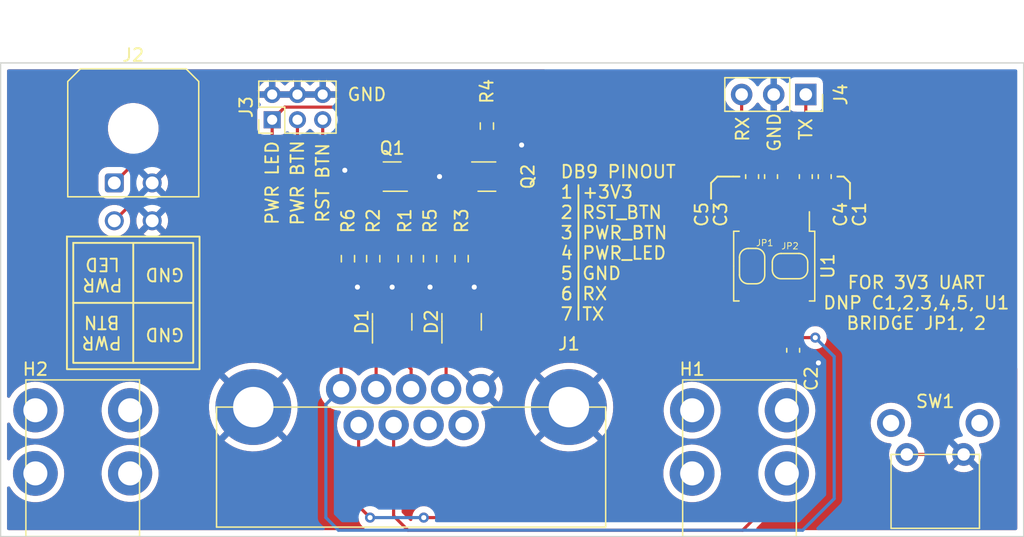
<source format=kicad_pcb>
(kicad_pcb (version 20201220) (generator pcbnew)
  (title_block (title "CONIO-B") (company "AB Open"))
  (layers (0 "F.Cu" signal) (31 "B.Cu" signal) (34 "B.Paste" user) (35 "F.Paste" user) (36 "B.SilkS" user "B.Silkscreen") (37 "F.SilkS" user "F.Silkscreen") (38 "B.Mask" user) (39 "F.Mask" user) (44 "Edge.Cuts" user))
  (net 0 "")
  (net 1 "GND")
  (net 2 "Net-(D1-Pad2)")
  (net 3 "Net-(D1-Pad1)")
  (net 4 "Net-(C1-Pad2)")
  (net 5 "Net-(D2-Pad1)")
  (net 6 "Net-(J1-Pad9)")
  (net 7 "Net-(J1-Pad8)")
  (net 8 "Net-(J1-Pad7)")
  (net 9 "Net-(J1-Pad6)")
  (net 10 "+3V3")
  (net 11 "/PWR_BTN")
  (net 12 "/PWR_LED")
  (net 13 "/RST_BTN")
  (net 14 "Net-(Q1-Pad5)")
  (net 15 "Net-(Q1-Pad2)")
  (net 16 "Net-(C1-Pad1)")
  (net 17 "Net-(C3-Pad2)")
  (net 18 "Net-(C3-Pad1)")
  (net 19 "Net-(Q2-Pad2)")
  (net 20 "Net-(C4-Pad1)")
  (net 21 "Net-(C5-Pad1)")
  (net 22 "no_connect_24")
  (net 23 "/RX")
  (net 24 "/TX")
  (net 25 "no_connect_25")
  (net 26 "no_connect_26")
  (net 27 "no_connect_27")
  (net 28 "no_connect_29")
  (net 29 "no_connect_28")
  (footprint "Package_TO_SOT_SMD:SOT-23" (layer "F.Cu") (at 151.81875 103.0875 90)
    (fp_text reference "D2" (at 0 -2.4 90) (layer "F.SilkS"))
    (fp_text value "MMBZ6V2AL,215")
    (fp_line (start 0 -1.56) (end 0.65 -1.56) (layer "F.SilkS") (width 0.12))
    (fp_line (start 0 1.56) (end -0.65 1.56) (layer "F.SilkS") (width 0.12))
    (fp_line (start 0 1.56) (end 0.65 1.56) (layer "F.SilkS") (width 0.12))
    (fp_line (start 0 -1.56) (end -1.675 -1.56) (layer "F.SilkS") (width 0.12))
    (pad "1" smd roundrect (at -0.9375 -0.95 90) (size 1.475 0.6) (layers "F.Cu" "F.Paste" "F.Mask") (net 5 "Net-(D2-Pad1)"))
    (pad "2" smd roundrect (at -0.9375 0.95 90) (size 1.475 0.6) (layers "F.Cu" "F.Paste" "F.Mask") (net 22 "no_connect_24"))
    (pad "3" smd roundrect (at 0.9375 0 90) (size 1.475 0.6) (layers "F.Cu" "F.Paste" "F.Mask") (net 1 "GND"))
  )
  (footprint "Jumper:SolderJumper-2_P1.3mm_Open_RoundedPad1.0x1.5mm" (layer "F.Cu") (at 174.81875 98.675 -90)
    (fp_text reference "JP1" (at -1.8375 -1) (layer "F.SilkS") (effects (font (size 0.5 0.5) (thickness 0.07))))
    (fp_text value "SolderJumper_2_Open")
    (fp_line (start 0.7 1) (end -0.7 1) (layer "F.SilkS") (width 0.12))
    (fp_line (start 1.4 -0.3) (end 1.4 0.3) (layer "F.SilkS") (width 0.12))
    (fp_line (start -1.4 0.3) (end -1.4 -0.3) (layer "F.SilkS") (width 0.12))
    (fp_line (start -0.7 -1) (end 0.7 -1) (layer "F.SilkS") (width 0.12))
    (fp_arc (start -0.7 0.3) (end -1.4 0.3) (angle -90) (layer "F.SilkS") (width 0.12))
    (fp_arc (start -0.7 -0.3) (end -0.7 -1) (angle -90) (layer "F.SilkS") (width 0.12))
    (fp_arc (start 0.7 0.3) (end 0.7 1) (angle -90) (layer "F.SilkS") (width 0.12))
    (fp_arc (start 0.7 -0.3) (end 1.4 -0.3) (angle -90) (layer "F.SilkS") (width 0.12))
    (pad "1" smd custom (at -0.65 0 270) (size 1 0.5) (layers "F.Cu" "F.Mask") (net 23 "/RX") (options (clearance outline) (anchor rect)) (primitives (gr_circle (center 0 0.25) (end 0.5 0.25) (width 0) (fill yes)) (gr_circle (center 0 -0.25) (end 0.5 -0.25) (width 0) (fill yes)) (gr_poly (pts (xy 0 -0.75) (xy 0.5 -0.75) (xy 0.5 0.75) (xy 0 0.75)) (width 0) (fill yes))))
    (pad "2" smd custom (at 0.65 0 270) (size 1 0.5) (layers "F.Cu" "F.Mask") (net 9 "Net-(J1-Pad6)") (options (clearance outline) (anchor rect)) (primitives (gr_circle (center 0 0.25) (end 0.5 0.25) (width 0) (fill yes)) (gr_circle (center 0 -0.25) (end 0.5 -0.25) (width 0) (fill yes)) (gr_poly (pts (xy 0 -0.75) (xy -0.5 -0.75) (xy -0.5 0.75) (xy 0 0.75)) (width 0) (fill yes))))
  )
  (footprint "Package_SO:SSOP-16_5.3x6.2mm_P0.65mm" (layer "F.Cu") (at 176.56875 98.675 -90)
    (fp_text reference "U1" (at 0 -4.25 90) (layer "F.SilkS"))
    (fp_text value "MAX3227CAE+")
    (fp_line (start 0 3.21) (end 2.76 3.21) (layer "F.SilkS") (width 0.12))
    (fp_line (start -2.76 -2.785) (end -4.3 -2.785) (layer "F.SilkS") (width 0.12))
    (fp_line (start 0 -3.21) (end -2.76 -3.21) (layer "F.SilkS") (width 0.12))
    (fp_line (start 2.76 3.21) (end 2.76 2.785) (layer "F.SilkS") (width 0.12))
    (fp_line (start 0 3.21) (end -2.76 3.21) (layer "F.SilkS") (width 0.12))
    (fp_line (start -2.76 3.21) (end -2.76 2.785) (layer "F.SilkS") (width 0.12))
    (fp_line (start -2.76 -3.21) (end -2.76 -2.785) (layer "F.SilkS") (width 0.12))
    (fp_line (start 0 -3.21) (end 2.76 -3.21) (layer "F.SilkS") (width 0.12))
    (fp_line (start 2.76 -3.21) (end 2.76 -2.785) (layer "F.SilkS") (width 0.12))
    (pad "1" smd roundrect (at -3.4125 -2.275 270) (size 1.775 0.5) (layers "F.Cu" "F.Paste" "F.Mask") (net 29 "no_connect_28"))
    (pad "2" smd roundrect (at -3.4125 -1.625 270) (size 1.775 0.5) (layers "F.Cu" "F.Paste" "F.Mask") (net 16 "Net-(C1-Pad1)"))
    (pad "3" smd roundrect (at -3.4125 -0.975 270) (size 1.775 0.5) (layers "F.Cu" "F.Paste" "F.Mask") (net 20 "Net-(C4-Pad1)"))
    (pad "4" smd roundrect (at -3.4125 -0.325 270) (size 1.775 0.5) (layers "F.Cu" "F.Paste" "F.Mask") (net 4 "Net-(C1-Pad2)"))
    (pad "5" smd roundrect (at -3.4125 0.325 270) (size 1.775 0.5) (layers "F.Cu" "F.Paste" "F.Mask") (net 18 "Net-(C3-Pad1)"))
    (pad "6" smd roundrect (at -3.4125 0.975 270) (size 1.775 0.5) (layers "F.Cu" "F.Paste" "F.Mask") (net 17 "Net-(C3-Pad2)"))
    (pad "7" smd roundrect (at -3.4125 1.625 270) (size 1.775 0.5) (layers "F.Cu" "F.Paste" "F.Mask") (net 21 "Net-(C5-Pad1)"))
    (pad "8" smd roundrect (at -3.4125 2.275 270) (size 1.775 0.5) (layers "F.Cu" "F.Paste" "F.Mask") (net 23 "/RX"))
    (pad "9" smd roundrect (at 3.4125 2.275 270) (size 1.775 0.5) (layers "F.Cu" "F.Paste" "F.Mask") (net 9 "Net-(J1-Pad6)"))
    (pad "10" smd roundrect (at 3.4125 1.625 270) (size 1.775 0.5) (layers "F.Cu" "F.Paste" "F.Mask") (net 28 "no_connect_29"))
    (pad "11" smd roundrect (at 3.4125 0.975 270) (size 1.775 0.5) (layers "F.Cu" "F.Paste" "F.Mask") (net 8 "Net-(J1-Pad7)"))
    (pad "12" smd roundrect (at 3.4125 0.325 270) (size 1.775 0.5) (layers "F.Cu" "F.Paste" "F.Mask") (net 1 "GND"))
    (pad "13" smd roundrect (at 3.4125 -0.325 270) (size 1.775 0.5) (layers "F.Cu" "F.Paste" "F.Mask") (net 24 "/TX"))
    (pad "14" smd roundrect (at 3.4125 -0.975 270) (size 1.775 0.5) (layers "F.Cu" "F.Paste" "F.Mask") (net 1 "GND"))
    (pad "15" smd roundrect (at 3.4125 -1.625 270) (size 1.775 0.5) (layers "F.Cu" "F.Paste" "F.Mask") (net 10 "+3V3"))
    (pad "16" smd roundrect (at 3.4125 -2.275 270) (size 1.775 0.5) (layers "F.Cu" "F.Paste" "F.Mask") (net 10 "+3V3"))
  )
  (footprint "Library:Keystone_7689_RA_PCB_Screw_Terminal" (layer "F.Cu") (at 121.81875 115.0875)
    (fp_text reference "H2" (at -3.75 -8.25 unlocked) (layer "F.SilkS"))
    (fp_text value "Keystone 7689")
    (fp_line (start 4.5 -7.4) (end 4.5 5) (layer "F.SilkS") (width 0.12))
    (fp_line (start 4.5 5) (end -4.5 5) (layer "F.SilkS") (width 0.12))
    (fp_line (start -4.5 -7.4) (end 4.5 -7.4) (layer "F.SilkS") (width 0.12))
    (fp_line (start -4.5 5) (end -4.5 -7.4) (layer "F.SilkS") (width 0.12))
    (pad "1" thru_hole circle (at -3.75 -5) (size 3.5 3.5) (drill 1.9) (layers *.Cu *.Mask))
    (pad "1" thru_hole circle (at 3.75 0) (size 3.5 3.5) (drill 1.9) (layers *.Cu *.Mask))
    (pad "1" thru_hole circle (at 3.75 -5) (size 3.5 3.5) (drill 1.9) (layers *.Cu *.Mask))
    (pad "1" thru_hole circle (at -3.75 0) (size 3.55 3.55) (drill 1.9) (layers *.Cu *.Mask))
  )
  (footprint "Package_TO_SOT_SMD:SOT-363_SC-70-6_Handsoldering" (layer "F.Cu") (at 153.81875 91.5875)
    (fp_text reference "Q2" (at 3.25 0 90) (layer "F.SilkS"))
    (fp_text value "BSD840NH6327XTSA1")
    (fp_line (start -0.7 1.16) (end 0.7 1.16) (layer "F.SilkS") (width 0.12))
    (fp_line (start 0.7 -1.16) (end -1.2 -1.16) (layer "F.SilkS") (width 0.12))
    (pad "1" smd rect (at -1.33 -0.65) (size 1.5 0.4) (layers "F.Cu" "F.Paste" "F.Mask") (net 1 "GND"))
    (pad "2" smd rect (at -1.33 0) (size 1.5 0.4) (layers "F.Cu" "F.Paste" "F.Mask") (net 19 "Net-(Q2-Pad2)"))
    (pad "3" smd rect (at -1.33 0.65) (size 1.5 0.4) (layers "F.Cu" "F.Paste" "F.Mask") (net 25 "no_connect_25"))
    (pad "4" smd rect (at 1.33 0.65) (size 1.5 0.4) (layers "F.Cu" "F.Paste" "F.Mask") (net 26 "no_connect_26"))
    (pad "5" smd rect (at 1.33 0) (size 1.5 0.4) (layers "F.Cu" "F.Paste" "F.Mask") (net 27 "no_connect_27"))
    (pad "6" smd rect (at 1.33 -0.65) (size 1.5 0.4) (layers "F.Cu" "F.Paste" "F.Mask") (net 5 "Net-(D2-Pad1)"))
  )
  (footprint "Resistor_SMD:R_0603_1608Metric_Pad0.98x0.95mm_HandSolder" (layer "F.Cu") (at 144.81875 98.0875 90)
    (fp_text reference "R2" (at 3 0 90) (layer "F.SilkS"))
    (fp_text value "220R")
    (fp_line (start -0.254724 -0.5225) (end 0.254724 -0.5225) (layer "F.SilkS") (width 0.12))
    (fp_line (start -0.254724 0.5225) (end 0.254724 0.5225) (layer "F.SilkS") (width 0.12))
    (pad "1" smd roundrect (at -0.9125 0 90) (size 0.975 0.95) (layers "F.Cu" "F.Paste" "F.Mask") (net 3 "Net-(D1-Pad1)"))
    (pad "2" smd roundrect (at 0.9125 0 90) (size 0.975 0.95) (layers "F.Cu" "F.Paste" "F.Mask") (net 14 "Net-(Q1-Pad5)"))
  )
  (footprint "Library:Assman_A-DS_09_AKG-T2_Male_RA_TH_DB9" (layer "F.Cu") (at 147.81875 109.8375)
    (fp_text reference "J1" (at 12.5 -5 unlocked) (layer "F.SilkS"))
    (fp_text value "Assman A-DS 09 A/KG-T2")
    (fp_line (start 15.405 0) (end -15.405 0) (layer "F.SilkS") (width 0.12))
    (fp_line (start 15.405 9.5) (end 15.405 0) (layer "F.SilkS") (width 0.12))
    (fp_line (start -15.405 9.5) (end 15.405 9.5) (layer "F.SilkS") (width 0.12))
    (fp_line (start -15.405 0) (end -15.405 9.5) (layer "F.SilkS") (width 0.12))
    (pad "0" thru_hole circle (at -12.495 0) (size 6 6) (drill 3.2) (layers *.Cu *.Mask) (net 1 "GND"))
    (pad "0" thru_hole circle (at 12.495 0) (size 6 6) (drill 3.2) (layers *.Cu *.Mask) (net 1 "GND"))
    (pad "1" thru_hole circle (at -5.54 -1.42) (size 2.4 2.4) (drill 1.3) (layers *.Cu *.Mask) (net 10 "+3V3"))
    (pad "2" thru_hole circle (at -2.77 -1.42) (size 2.4 2.4) (drill 1.3) (layers *.Cu *.Mask) (net 3 "Net-(D1-Pad1)"))
    (pad "3" thru_hole circle (at 0 -1.42) (size 2.4 2.4) (drill 1.3) (layers *.Cu *.Mask) (net 2 "Net-(D1-Pad2)"))
    (pad "4" thru_hole circle (at 2.77 -1.42) (size 2.4 2.4) (drill 1.3) (layers *.Cu *.Mask) (net 5 "Net-(D2-Pad1)"))
    (pad "5" thru_hole circle (at 5.54 -1.42) (size 2.4 2.4) (drill 1.3) (layers *.Cu *.Mask) (net 1 "GND"))
    (pad "6" thru_hole circle (at -4.155 1.42) (size 2.4 2.4) (drill 1.3) (layers *.Cu *.Mask) (net 9 "Net-(J1-Pad6)"))
    (pad "7" thru_hole circle (at -1.385 1.42) (size 2.4 2.4) (drill 1.3) (layers *.Cu *.Mask) (net 8 "Net-(J1-Pad7)"))
    (pad "8" thru_hole circle (at 1.385 1.42) (size 2.4 2.4) (drill 1.3) (layers *.Cu *.Mask) (net 7 "Net-(J1-Pad8)"))
    (pad "9" thru_hole circle (at 4.155 1.42) (size 2.4 2.4) (drill 1.3) (layers *.Cu *.Mask) (net 6 "Net-(J1-Pad9)"))
  )
  (footprint "Resistor_SMD:R_0603_1608Metric_Pad0.98x0.95mm_HandSolder" (layer "F.Cu") (at 151.81875 98.0875 90)
    (fp_text reference "R3" (at 3 0 90) (layer "F.SilkS"))
    (fp_text value "1K")
    (fp_line (start -0.254724 -0.5225) (end 0.254724 -0.5225) (layer "F.SilkS") (width 0.12))
    (fp_line (start -0.254724 0.5225) (end 0.254724 0.5225) (layer "F.SilkS") (width 0.12))
    (pad "1" smd roundrect (at -0.9125 0 90) (size 0.975 0.95) (layers "F.Cu" "F.Paste" "F.Mask") (net 5 "Net-(D2-Pad1)"))
    (pad "2" smd roundrect (at 0.9125 0 90) (size 0.975 0.95) (layers "F.Cu" "F.Paste" "F.Mask") (net 10 "+3V3"))
  )
  (footprint "Library:Keystone_7689_RA_PCB_Screw_Terminal" (layer "F.Cu") (at 173.81875 115.0875)
    (fp_text reference "H1" (at -3.75 -8.25 unlocked) (layer "F.SilkS"))
    (fp_text value "Keystone 7689")
    (fp_line (start 4.5 5) (end -4.5 5) (layer "F.SilkS") (width 0.12))
    (fp_line (start 4.5 -7.4) (end 4.5 5) (layer "F.SilkS") (width 0.12))
    (fp_line (start -4.5 5) (end -4.5 -7.4) (layer "F.SilkS") (width 0.12))
    (fp_line (start -4.5 -7.4) (end 4.5 -7.4) (layer "F.SilkS") (width 0.12))
    (pad "1" thru_hole circle (at 3.75 0) (size 3.5 3.5) (drill 1.9) (layers *.Cu *.Mask))
    (pad "1" thru_hole circle (at -3.75 0) (size 3.55 3.55) (drill 1.9) (layers *.Cu *.Mask))
    (pad "1" thru_hole circle (at 3.75 -5) (size 3.5 3.5) (drill 1.9) (layers *.Cu *.Mask))
    (pad "1" thru_hole circle (at -3.75 -5) (size 3.5 3.5) (drill 1.9) (layers *.Cu *.Mask))
  )
  (footprint "Capacitor_SMD:C_0603_1608Metric_Pad1.08x0.95mm_HandSolder" (layer "F.Cu") (at 176.31875 91.5875 -90)
    (fp_text reference "C3" (at 3 4 90) (layer "F.SilkS"))
    (fp_text value "100nF 25V")
    (fp_line (start -0.146267 -0.51) (end 0.146267 -0.51) (layer "F.SilkS") (width 0.12))
    (fp_line (start -0.146267 0.51) (end 0.146267 0.51) (layer "F.SilkS") (width 0.12))
    (pad "1" smd roundrect (at -0.8625 0 270) (size 1.075 0.95) (layers "F.Cu" "F.Paste" "F.Mask") (net 18 "Net-(C3-Pad1)"))
    (pad "2" smd roundrect (at 0.8625 0 270) (size 1.075 0.95) (layers "F.Cu" "F.Paste" "F.Mask") (net 17 "Net-(C3-Pad2)"))
  )
  (footprint "Package_TO_SOT_SMD:SOT-363_SC-70-6_Handsoldering" (layer "F.Cu") (at 146.31875 91.5875 180)
    (fp_text reference "Q1" (at 0 2.25) (layer "F.SilkS"))
    (fp_text value "BSD840NH6327XTSA1")
    (fp_line (start 0.7 -1.16) (end -1.2 -1.16) (layer "F.SilkS") (width 0.12))
    (fp_line (start -0.7 1.16) (end 0.7 1.16) (layer "F.SilkS") (width 0.12))
    (pad "1" smd rect (at -1.33 -0.65 180) (size 1.5 0.4) (layers "F.Cu" "F.Paste" "F.Mask") (net 1 "GND"))
    (pad "2" smd rect (at -1.33 0 180) (size 1.5 0.4) (layers "F.Cu" "F.Paste" "F.Mask") (net 15 "Net-(Q1-Pad2)"))
    (pad "3" smd rect (at -1.33 0.65 180) (size 1.5 0.4) (layers "F.Cu" "F.Paste" "F.Mask") (net 13 "/RST_BTN"))
    (pad "4" smd rect (at 1.33 0.65 180) (size 1.5 0.4) (layers "F.Cu" "F.Paste" "F.Mask") (net 1 "GND"))
    (pad "5" smd rect (at 1.33 0 180) (size 1.5 0.4) (layers "F.Cu" "F.Paste" "F.Mask") (net 14 "Net-(Q1-Pad5)"))
    (pad "6" smd rect (at 1.33 -0.65 180) (size 1.5 0.4) (layers "F.Cu" "F.Paste" "F.Mask") (net 11 "/PWR_BTN"))
  )
  (footprint "Resistor_SMD:R_0603_1608Metric_Pad0.98x0.95mm_HandSolder" (layer "F.Cu") (at 153.81875 87.5875 90)
    (fp_text reference "R4" (at 2.75 0 90) (layer "F.SilkS"))
    (fp_text value "220R")
    (fp_line (start -0.254724 -0.5225) (end 0.254724 -0.5225) (layer "F.SilkS") (width 0.12))
    (fp_line (start -0.254724 0.5225) (end 0.254724 0.5225) (layer "F.SilkS") (width 0.12))
    (pad "1" smd roundrect (at -0.9125 0 90) (size 0.975 0.95) (layers "F.Cu" "F.Paste" "F.Mask") (net 19 "Net-(Q2-Pad2)"))
    (pad "2" smd roundrect (at 0.9125 0 90) (size 0.975 0.95) (layers "F.Cu" "F.Paste" "F.Mask") (net 12 "/PWR_LED"))
  )
  (footprint "Capacitor_SMD:C_0603_1608Metric_Pad1.08x0.95mm_HandSolder" (layer "F.Cu") (at 178.06875 105.3375 -90)
    (fp_text reference "C2" (at 2.25 -1.43 90) (layer "F.SilkS"))
    (fp_text value "100nF 25V")
    (fp_line (start -0.146267 0.51) (end 0.146267 0.51) (layer "F.SilkS") (width 0.12))
    (fp_line (start -0.146267 -0.51) (end 0.146267 -0.51) (layer "F.SilkS") (width 0.12))
    (pad "1" smd roundrect (at -0.8625 0 270) (size 1.075 0.95) (layers "F.Cu" "F.Paste" "F.Mask") (net 10 "+3V3"))
    (pad "2" smd roundrect (at 0.8625 0 270) (size 1.075 0.95) (layers "F.Cu" "F.Paste" "F.Mask") (net 1 "GND"))
  )
  (footprint "Package_TO_SOT_SMD:SOT-23" (layer "F.Cu") (at 146.31875 103.0875 90)
    (fp_text reference "D1" (at 0 -2.4 90) (layer "F.SilkS"))
    (fp_text value "MMBZ6V2AL,215")
    (fp_line (start 0 -1.56) (end -1.675 -1.56) (layer "F.SilkS") (width 0.12))
    (fp_line (start 0 1.56) (end -0.65 1.56) (layer "F.SilkS") (width 0.12))
    (fp_line (start 0 -1.56) (end 0.65 -1.56) (layer "F.SilkS") (width 0.12))
    (fp_line (start 0 1.56) (end 0.65 1.56) (layer "F.SilkS") (width 0.12))
    (pad "1" smd roundrect (at -0.9375 -0.95 90) (size 1.475 0.6) (layers "F.Cu" "F.Paste" "F.Mask") (net 3 "Net-(D1-Pad1)"))
    (pad "2" smd roundrect (at -0.9375 0.95 90) (size 1.475 0.6) (layers "F.Cu" "F.Paste" "F.Mask") (net 2 "Net-(D1-Pad2)"))
    (pad "3" smd roundrect (at 0.9375 0 90) (size 1.475 0.6) (layers "F.Cu" "F.Paste" "F.Mask") (net 1 "GND"))
  )
  (footprint "Jumper:SolderJumper-2_P1.3mm_Open_RoundedPad1.0x1.5mm" (layer "F.Cu") (at 177.81875 98.675 180)
    (fp_text reference "JP2" (at 0 1.5875) (layer "F.SilkS") (effects (font (size 0.5 0.5) (thickness 0.07))))
    (fp_text value "SolderJumper_2_Open")
    (fp_line (start 1.4 -0.3) (end 1.4 0.3) (layer "F.SilkS") (width 0.12))
    (fp_line (start -1.4 0.3) (end -1.4 -0.3) (layer "F.SilkS") (width 0.12))
    (fp_line (start 0.7 1) (end -0.7 1) (layer "F.SilkS") (width 0.12))
    (fp_line (start -0.7 -1) (end 0.7 -1) (layer "F.SilkS") (width 0.12))
    (fp_arc (start 0.7 0.3) (end 0.7 1) (angle -90) (layer "F.SilkS") (width 0.12))
    (fp_arc (start -0.7 -0.3) (end -0.7 -1) (angle -90) (layer "F.SilkS") (width 0.12))
    (fp_arc (start 0.7 -0.3) (end 1.4 -0.3) (angle -90) (layer "F.SilkS") (width 0.12))
    (fp_arc (start -0.7 0.3) (end -1.4 0.3) (angle -90) (layer "F.SilkS") (width 0.12))
    (pad "1" smd custom (at -0.65 0 180) (size 1 0.5) (layers "F.Cu" "F.Mask") (net 24 "/TX") (options (clearance outline) (anchor rect)) (primitives (gr_circle (center 0 0.25) (end 0.5 0.25) (width 0) (fill yes)) (gr_circle (center 0 -0.25) (end 0.5 -0.25) (width 0) (fill yes)) (gr_poly (pts (xy 0 -0.75) (xy 0.5 -0.75) (xy 0.5 0.75) (xy 0 0.75)) (width 0) (fill yes))))
    (pad "2" smd custom (at 0.65 0 180) (size 1 0.5) (layers "F.Cu" "F.Mask") (net 8 "Net-(J1-Pad7)") (options (clearance outline) (anchor rect)) (primitives (gr_circle (center 0 0.25) (end 0.5 0.25) (width 0) (fill yes)) (gr_circle (center 0 -0.25) (end 0.5 -0.25) (width 0) (fill yes)) (gr_poly (pts (xy 0 -0.75) (xy -0.5 -0.75) (xy -0.5 0.75) (xy 0 0.75)) (width 0) (fill yes))))
  )
  (footprint "Connector_PinHeader_2.00mm:PinHeader_2x03_P2.00mm_Vertical" (layer "F.Cu") (at 136.81875 87.0875 90)
    (fp_text reference "J3" (at 1 -2.06 90) (layer "F.SilkS"))
    (fp_text value "Harwin M22-2020305")
    (fp_line (start 1 -1.06) (end 3.06 -1.06) (layer "F.SilkS") (width 0.12))
    (fp_line (start -1.06 5.06) (end 3.06 5.06) (layer "F.SilkS") (width 0.12))
    (fp_line (start -1.06 1) (end 1 1) (layer "F.SilkS") (width 0.12))
    (fp_line (start -1.06 1) (end -1.06 5.06) (layer "F.SilkS") (width 0.12))
    (fp_line (start -1.06 0) (end -1.06 -1.06) (layer "F.SilkS") (width 0.12))
    (fp_line (start 1 1) (end 1 -1.06) (layer "F.SilkS") (width 0.12))
    (fp_line (start -1.06 -1.06) (end 0 -1.06) (layer "F.SilkS") (width 0.12))
    (fp_line (start 3.06 -1.06) (end 3.06 5.06) (layer "F.SilkS") (width 0.12))
    (pad "1" thru_hole rect (at 0 0 90) (size 1.35 1.35) (drill 0.8) (layers *.Cu *.Mask) (net 12 "/PWR_LED"))
    (pad "2" thru_hole oval (at 2 0 90) (size 1.35 1.35) (drill 0.8) (layers *.Cu *.Mask) (net 1 "GND"))
    (pad "3" thru_hole oval (at 0 2 90) (size 1.35 1.35) (drill 0.8) (layers *.Cu *.Mask) (net 11 "/PWR_BTN"))
    (pad "4" thru_hole oval (at 2 2 90) (size 1.35 1.35) (drill 0.8) (layers *.Cu *.Mask) (net 1 "GND"))
    (pad "5" thru_hole oval (at 0 4 90) (size 1.35 1.35) (drill 0.8) (layers *.Cu *.Mask) (net 13 "/RST_BTN"))
    (pad "6" thru_hole oval (at 2 4 90) (size 1.35 1.35) (drill 0.8) (layers *.Cu *.Mask) (net 1 "GND"))
  )
  (footprint "Resistor_SMD:R_0603_1608Metric_Pad0.98x0.95mm_HandSolder" (layer "F.Cu") (at 149.31875 98.0875 90)
    (fp_text reference "R5" (at 3 0 90) (layer "F.SilkS"))
    (fp_text value "1K")
    (fp_line (start -0.254724 -0.5225) (end 0.254724 -0.5225) (layer "F.SilkS") (width 0.12))
    (fp_line (start -0.254724 0.5225) (end 0.254724 0.5225) (layer "F.SilkS") (width 0.12))
    (pad "1" smd roundrect (at -0.9125 0 90) (size 0.975 0.95) (layers "F.Cu" "F.Paste" "F.Mask") (net 1 "GND"))
    (pad "2" smd roundrect (at 0.9125 0 90) (size 0.975 0.95) (layers "F.Cu" "F.Paste" "F.Mask") (net 15 "Net-(Q1-Pad2)"))
  )
  (footprint "Resistor_SMD:R_0603_1608Metric_Pad0.98x0.95mm_HandSolder" (layer "F.Cu") (at 147.31875 98.0875 90)
    (fp_text reference "R1" (at 3 0 90) (layer "F.SilkS"))
    (fp_text value "220R")
    (fp_line (start -0.254724 0.5225) (end 0.254724 0.5225) (layer "F.SilkS") (width 0.12))
    (fp_line (start -0.254724 -0.5225) (end 0.254724 -0.5225) (layer "F.SilkS") (width 0.12))
    (pad "1" smd roundrect (at -0.9125 0 90) (size 0.975 0.95) (layers "F.Cu" "F.Paste" "F.Mask") (net 2 "Net-(D1-Pad2)"))
    (pad "2" smd roundrect (at 0.9125 0 90) (size 0.975 0.95) (layers "F.Cu" "F.Paste" "F.Mask") (net 15 "Net-(Q1-Pad2)"))
  )
  (footprint "Capacitor_SMD:C_0603_1608Metric_Pad1.08x0.95mm_HandSolder" (layer "F.Cu") (at 180.56875 91.5875 90)
    (fp_text reference "C1" (at -3 2.75 90) (layer "F.SilkS"))
    (fp_text value "100nF 25V")
    (fp_line (start -0.146267 0.51) (end 0.146267 0.51) (layer "F.SilkS") (width 0.12))
    (fp_line (start -0.146267 -0.51) (end 0.146267 -0.51) (layer "F.SilkS") (width 0.12))
    (pad "1" smd roundrect (at -0.8625 0 90) (size 1.075 0.95) (layers "F.Cu" "F.Paste" "F.Mask") (net 16 "Net-(C1-Pad1)"))
    (pad "2" smd roundrect (at 0.8625 0 90) (size 1.075 0.95) (layers "F.Cu" "F.Paste" "F.Mask") (net 4 "Net-(C1-Pad2)"))
  )
  (footprint "Resistor_SMD:R_0603_1608Metric_Pad0.98x0.95mm_HandSolder" (layer "F.Cu") (at 142.81875 98.0875 90)
    (fp_text reference "R6" (at 3 0 90) (layer "F.SilkS"))
    (fp_text value "1K")
    (fp_line (start -0.254724 -0.5225) (end 0.254724 -0.5225) (layer "F.SilkS") (width 0.12))
    (fp_line (start -0.254724 0.5225) (end 0.254724 0.5225) (layer "F.SilkS") (width 0.12))
    (pad "1" smd roundrect (at -0.9125 0 90) (size 0.975 0.95) (layers "F.Cu" "F.Paste" "F.Mask") (net 1 "GND"))
    (pad "2" smd roundrect (at 0.9125 0 90) (size 0.975 0.95) (layers "F.Cu" "F.Paste" "F.Mask") (net 14 "Net-(Q1-Pad5)"))
  )
  (footprint "Connector_PinSocket_2.54mm:PinSocket_1x03_P2.54mm_Vertical" (layer "F.Cu") (at 179.06875 85.0875 -90)
    (fp_text reference "J4" (at 0 -2.77 90) (layer "F.SilkS"))
    (fp_text value "RS Pro 251-8092")
    (fp_line (start 0 -1.33) (end 1.33 -1.33) (layer "F.SilkS") (width 0.12))
    (fp_line (start -1.33 1.27) (end -1.33 6.41) (layer "F.SilkS") (width 0.12))
    (fp_line (start 1.33 -1.33) (end 1.33 0) (layer "F.SilkS") (width 0.12))
    (fp_line (start -1.33 1.27) (end 1.33 1.27) (layer "F.SilkS") (width 0.12))
    (fp_line (start -1.33 6.41) (end 1.33 6.41) (layer "F.SilkS") (width 0.12))
    (fp_line (start 1.33 1.27) (end 1.33 6.41) (layer "F.SilkS") (width 0.12))
    (pad "1" thru_hole rect (at 0 0 270) (size 1.7 1.7) (drill 1) (layers *.Cu *.Mask) (net 24 "/TX"))
    (pad "2" thru_hole oval (at 0 2.54 270) (size 1.7 1.7) (drill 1) (layers *.Cu *.Mask) (net 1 "GND"))
    (pad "3" thru_hole oval (at 0 5.08 270) (size 1.7 1.7) (drill 1) (layers *.Cu *.Mask) (net 23 "/RX"))
  )
  (footprint "Capacitor_SMD:C_0603_1608Metric_Pad1.08x0.95mm_HandSolder" (layer "F.Cu") (at 179.06875 91.5875 90)
    (fp_text reference "C4" (at -3 2.75 90) (layer "F.SilkS"))
    (fp_text value "100nF 25V")
    (fp_line (start -0.146267 0.51) (end 0.146267 0.51) (layer "F.SilkS") (width 0.12))
    (fp_line (start -0.146267 -0.51) (end 0.146267 -0.51) (layer "F.SilkS") (width 0.12))
    (pad "1" smd roundrect (at -0.8625 0 90) (size 1.075 0.95) (layers "F.Cu" "F.Paste" "F.Mask") (net 20 "Net-(C4-Pad1)"))
    (pad "2" smd roundrect (at 0.8625 0 90) (size 1.075 0.95) (layers "F.Cu" "F.Paste" "F.Mask") (net 1 "GND"))
  )
  (footprint "Connector_Molex:Molex_Micro-Fit_3.0_43045-0400_2x02_P3.00mm_Horizontal" (layer "F.Cu") (at 124.31875 92.0875)
    (fp_text reference "J2" (at 1.5 -10.12) (layer "F.SilkS"))
    (fp_text value "Molex 430450400")
    (fp_line (start 6.685 1.1) (end -3.685 1.1) (layer "F.SilkS") (width 0.12))
    (fp_line (start -3.685 1.1) (end -3.685 -8.03) (layer "F.SilkS") (width 0.12))
    (fp_line (start 5.685 -9.03) (end 6.685 -8.03) (layer "F.SilkS") (width 0.12))
    (fp_line (start -3.685 -8.03) (end -2.685 -9.03) (layer "F.SilkS") (width 0.12))
    (fp_line (start 6.685 -8.03) (end 6.685 1.1) (layer "F.SilkS") (width 0.12))
    (fp_line (start -2.685 -9.03) (end 5.685 -9.03) (layer "F.SilkS") (width 0.12))
    (pad "" np_thru_hole circle (at 1.5 -4.32) (size 3 3) (drill 3) (layers *.Cu *.Mask))
    (pad "1" thru_hole roundrect (at 0 0) (size 1.5 1.5) (drill 1.02) (layers *.Cu *.Mask) (roundrect_rratio 0.1666673333333333) (net 12 "/PWR_LED"))
    (pad "2" thru_hole circle (at 3 0) (size 1.5 1.5) (drill 1.02) (layers *.Cu *.Mask) (net 1 "GND"))
    (pad "3" thru_hole circle (at 0 3) (size 1.5 1.5) (drill 1.02) (layers *.Cu *.Mask) (net 11 "/PWR_BTN"))
    (pad "4" thru_hole circle (at 3 3) (size 1.5 1.5) (drill 1.02) (layers *.Cu *.Mask) (net 1 "GND"))
  )
  (footprint "Capacitor_SMD:C_0603_1608Metric_Pad1.08x0.95mm_HandSolder" (layer "F.Cu") (at 174.81875 91.5875 90)
    (fp_text reference "C5" (at -3 -4 90) (layer "F.SilkS"))
    (fp_text value "100nF 25V")
    (fp_line (start -0.146267 0.51) (end 0.146267 0.51) (layer "F.SilkS") (width 0.12))
    (fp_line (start -0.146267 -0.51) (end 0.146267 -0.51) (layer "F.SilkS") (width 0.12))
    (pad "1" smd roundrect (at -0.8625 0 90) (size 1.075 0.95) (layers "F.Cu" "F.Paste" "F.Mask") (net 21 "Net-(C5-Pad1)"))
    (pad "2" smd roundrect (at 0.8625 0 90) (size 1.075 0.95) (layers "F.Cu" "F.Paste" "F.Mask") (net 1 "GND"))
  )
  (footprint "Library:TE_Connectivity_1825027-8_FSMRA3JH_Pushbutton" (layer "F.Cu") (at 189.31875 113.5875)
    (fp_text reference "SW1" (at 0 -4.2 unlocked) (layer "F.SilkS"))
    (fp_text value "1825027-8")
    (fp_line (start -3.5 5.85) (end -3.5 0) (layer "F.SilkS") (width 0.12))
    (fp_line (start 3.5 0) (end 3.5 5.85) (layer "F.SilkS") (width 0.12))
    (fp_line (start -3.5 0) (end 3.5 0) (layer "F.SilkS") (width 0.12))
    (fp_line (start 3.5 5.85) (end -3.5 5.85) (layer "F.SilkS") (width 0.12))
    (pad "" thru_hole circle (at -3.505 -2.49) (size 2.2 2.2) (drill 1.3) (layers *.Cu *.Mask))
    (pad "" thru_hole circle (at 3.505 -2.49) (size 2.2 2.2) (drill 1.3) (layers *.Cu *.Mask))
    (pad "1" thru_hole circle (at -2.25 0) (size 1.8 1.8) (drill 0.99) (layers *.Cu *.Mask) (net 13 "/RST_BTN"))
    (pad "2" thru_hole circle (at 2.25 0) (size 1.8 1.8) (drill 0.99) (layers *.Cu *.Mask) (net 1 "GND"))
  )
  (gr_line (start 130.56875 101.5875) (end 121.06875 101.5875) (layer "F.SilkS") (width 0.15))
  (gr_rect (start 120.56875 96.3375) (end 131.06875 106.8375) (layer "F.SilkS") (width 0.15) (fill none))
  (gr_line (start 182.06875 91.5875) (end 181.56875 91.5875) (layer "F.SilkS") (width 0.15))
  (gr_line (start 161.069179 102.923324) (end 161.067733 92.262236) (layer "F.SilkS") (width 0.15))
  (gr_line (start 182.56875 93.3375) (end 182.56875 92.0875) (layer "F.SilkS") (width 0.15))
  (gr_line (start 172.06875 91.5875) (end 173.31875 91.5875) (layer "F.SilkS") (width 0.15))
  (gr_line (start 125.81875 96.8375) (end 125.81875 106.3375) (layer "F.SilkS") (width 0.15))
  (gr_line (start 173.31875 91.5875) (end 173.81875 91.5875) (layer "F.SilkS") (width 0.15))
  (gr_line (start 182.56875 92.0875) (end 182.06875 91.5875) (layer "F.SilkS") (width 0.15))
  (gr_line (start 171.56875 92.0875) (end 172.06875 91.5875) (layer "F.SilkS") (width 0.15))
  (gr_line (start 171.56875 93.3375) (end 171.56875 92.0875) (layer "F.SilkS") (width 0.15))
  (gr_rect (start 121.06875 96.8375) (end 130.56875 106.3375) (layer "F.SilkS") (width 0.15) (fill none))
  (gr_line (start 115.31875 120.0875) (end 115.31875 82.5875) (layer "Edge.Cuts") (width 0.1))
  (gr_line (start 196.31875 120.0875) (end 115.31875 120.0875) (layer "Edge.Cuts") (width 0.1))
  (gr_line (start 196.31875 82.5875) (end 196.31875 120.0875) (layer "Edge.Cuts") (width 0.1))
  (gr_line (start 115.31875 82.5875) (end 196.31875 82.5875) (layer "Edge.Cuts") (width 0.1))
  (gr_text "GND" (at 176.56875 88.0875 90) (layer "F.SilkS") (effects (font (size 1 1))))
  (gr_text "TX" (at 179.06875 87.8375 90) (layer "F.SilkS") (effects (font (size 1 1))))
  (gr_text "GND" (at 128.31875 99.3375 180) (layer "F.SilkS") (effects (font (size 1 1))))
  (gr_text "PWR LED" (at 136.81875 92.0875 90) (layer "F.SilkS") (effects (font (size 1 1))))
  (gr_text "DB9 PINOUT\n1 +3V3\n2 RST_BTN\n3 PWR_BTN\n4 PWR_LED\n5 GND\n6 RX\n7 TX" (at 159.56875 96.8375) (layer "F.SilkS") (effects (font (size 1 1)) (justify left)))
  (gr_text "PWR BTN" (at 138.81875 92.0875 90) (layer "F.SilkS") (effects (font (size 1 1))))
  (gr_text "PWR\nBTN" (at 123.321894 103.935968 180) (layer "F.SilkS") (effects (font (size 1 1))))
  (gr_text "PWR\nLED" (at 123.382154 99.346155 180) (layer "F.SilkS") (effects (font (size 1 1))))
  (gr_text "FOR 3V3 UART\nDNP C1,2,3,4,5, U1\nBRIDGE JP1, 2" (at 187.81875 101.5875) (layer "F.SilkS") (effects (font (size 1 1))))
  (gr_text "RX" (at 174.06875 87.8375 90) (layer "F.SilkS") (effects (font (size 1 1))))
  (gr_text "GND" (at 128.31875 104.0875 180) (layer "F.SilkS") (effects (font (size 1 1))))
  (gr_text "RST BTN" (at 140.81875 92.0875 90) (layer "F.SilkS") (effects (font (size 1 1))))
  (gr_text "GND" (at 144.31875 85.0875) (layer "F.SilkS") (effects (font (size 1 1))))
  (segment (start 177.54375 102.0875) (end 177.54375 103.3625) (width 0.25) (layer "F.Cu") (net 1))
  (segment (start 142.56875 91.0875) (end 142.71875 90.9375) (width 0.25) (layer "F.Cu") (net 1))
  (segment (start 149.41875 92.2375) (end 150.06875 91.5875) (width 0.25) (layer "F.Cu") (net 1))
  (segment (start 177.18125 106.2) (end 178.06875 106.2) (width 0.25) (layer "F.Cu") (net 1))
  (segment (start 142.71875 90.9375) (end 144.98875 90.9375) (width 0.25) (layer "F.Cu") (net 1))
  (segment (start 177.14375 103.7625) (end 176.24375 103.7625) (width 0.25) (layer "F.Cu") (net 1))
  (segment (start 176.24375 103.7625) (end 176.24375 105.2625) (width 0.25) (layer "F.Cu") (net 1))
  (segment (start 176.24375 102.0875) (end 176.24375 103.7625) (width 0.25) (layer "F.Cu") (net 1))
  (segment (start 177.54375 103.3625) (end 177.14375 103.7625) (width 0.25) (layer "F.Cu") (net 1))
  (segment (start 176.24375 105.2625) (end 177.18125 106.2) (width 0.25) (layer "F.Cu") (net 1))
  (segment (start 147.64875 92.2375) (end 149.41875 92.2375) (width 0.25) (layer "F.Cu") (net 1))
  (via (at 156.56875 89.0875) (size 0.8) (drill 0.4) (layers "F.Cu" "B.Cu") (net 1))
  (via (at 143.56875 100.3375) (size 0.8) (drill 0.4) (layers "F.Cu" "B.Cu") (net 1))
  (via (at 180.06875 106.3375) (size 0.8) (drill 0.4) (layers "F.Cu" "B.Cu") (net 1))
  (via (at 150.06875 91.5875) (size 0.8) (drill 0.4) (layers "F.Cu" "B.Cu") (net 1))
  (via (at 149.31875 100.3375) (size 0.8) (drill 0.4) (layers "F.Cu" "B.Cu") (net 1))
  (via (at 152.81875 100.3375) (size 0.8) (drill 0.4) (layers "F.Cu" "B.Cu") (net 1))
  (via (at 142.56875 91.0875) (size 0.8) (drill 0.4) (layers "F.Cu" "B.Cu") (net 1))
  (via (at 146.31875 100.3375) (size 0.8) (drill 0.4) (layers "F.Cu" "B.Cu") (net 1))
  (segment (start 147.81875 106.8375) (end 147.81875 109.1675) (width 0.25) (layer "F.Cu") (net 2))
  (segment (start 147.26875 104.025) (end 147.26875 99.05) (width 0.25) (layer "F.Cu") (net 2))
  (segment (start 147.26875 104.025) (end 147.26875 106.2875) (width 0.25) (layer "F.Cu") (net 2))
  (segment (start 147.26875 106.2875) (end 147.81875 106.8375) (width 0.25) (layer "F.Cu") (net 2))
  (segment (start 147.26875 99.05) (end 147.31875 99) (width 0.25) (layer "F.Cu") (net 2))
  (segment (start 145.04875 106.6075) (end 145.36875 106.2875) (width 0.25) (layer "F.Cu") (net 3))
  (segment (start 145.36875 106.2875) (end 145.36875 104.025) (width 0.25) (layer "F.Cu") (net 3))
  (segment (start 145.36875 104.025) (end 145.36875 101.1375) (width 0.25) (layer "F.Cu") (net 3))
  (segment (start 145.36875 101.1375) (end 144.81875 100.5875) (width 0.25) (layer "F.Cu") (net 3))
  (segment (start 145.04875 109.1675) (end 145.04875 106.6075) (width 0.25) (layer "F.Cu") (net 3))
  (segment (start 144.81875 100.5875) (end 144.81875 99) (width 0.25) (layer "F.Cu") (net 3))
  (segment (start 180.31875 91.5875) (end 180.56875 91.3375) (width 0.25) (layer "F.Cu") (net 4))
  (segment (start 177.81875 93.201076) (end 177.81875 92.0875) (width 0.25) (layer "F.Cu") (net 4))
  (segment (start 180.56875 91.3375) (end 180.56875 90.725) (width 0.25) (layer "F.Cu") (net 4))
  (segment (start 176.89375 94.126076) (end 177.81875 93.201076) (width 0.25) (layer "F.Cu") (net 4))
  (segment (start 177.81875 92.0875) (end 178.31875 91.5875) (width 0.25) (layer "F.Cu") (net 4))
  (segment (start 178.31875 91.5875) (end 180.31875 91.5875) (width 0.25) (layer "F.Cu") (net 4))
  (segment (start 176.89375 95.2625) (end 176.89375 94.126076) (width 0.25) (layer "F.Cu") (net 4))
  (segment (start 150.86875 104.025) (end 150.86875 106.2875) (width 0.25) (layer "F.Cu") (net 5))
  (segment (start 150.86875 104.025) (end 150.86875 101.0375) (width 0.25) (layer "F.Cu") (net 5))
  (segment (start 155.40625 99) (end 151.81875 99) (width 0.25) (layer "F.Cu") (net 5))
  (segment (start 150.86875 106.2875) (end 150.58875 106.5675) (width 0.25) (layer "F.Cu") (net 5))
  (segment (start 150.58875 106.5675) (end 150.58875 109.1675) (width 0.25) (layer "F.Cu") (net 5))
  (segment (start 156.31875 91.0875) (end 156.31875 98.0875) (width 0.25) (layer "F.Cu") (net 5))
  (segment (start 156.31875 98.0875) (end 155.40625 99) (width 0.25) (layer "F.Cu") (net 5))
  (segment (start 155.14875 90.9375) (end 156.16875 90.9375) (width 0.25) (layer "F.Cu") (net 5))
  (segment (start 156.16875 90.9375) (end 156.31875 91.0875) (width 0.25) (layer "F.Cu") (net 5))
  (segment (start 151.81875 99) (end 151.81875 100.0875) (width 0.25) (layer "F.Cu") (net 5))
  (segment (start 150.86875 101.0375) (end 151.81875 100.0875) (width 0.25) (layer "F.Cu") (net 5))
  (segment (start 175.59375 102.0875) (end 175.59375 108.5625) (width 0.25) (layer "F.Cu") (net 8))
  (segment (start 175.59375 100.65) (end 176.31875 99.925) (width 0.25) (layer "F.Cu") (net 8))
  (segment (start 175.59375 102.0875) (end 175.59375 100.65) (width 0.25) (layer "F.Cu") (net 8))
  (segment (start 175.06875 109.0875) (end 175.06875 118.5875) (width 0.25) (layer "F.Cu") (net 8))
  (segment (start 174.06875 119.5875) (end 147.56875 119.5875) (width 0.25) (layer "F.Cu") (net 8))
  (segment (start 176.31875 98.925) (end 176.56875 98.675) (width 0.25) (layer "F.Cu") (net 8))
  (segment (start 146.43375 118.4525) (end 146.43375 111.2575) (width 0.25) (layer "F.Cu") (net 8))
  (segment (start 175.06875 118.5875) (end 174.06875 119.5875) (width 0.25) (layer "F.Cu") (net 8))
  (segment (start 147.56875 119.5875) (end 146.43375 118.4525) (width 0.25) (layer "F.Cu") (net 8))
  (segment (start 176.31875 99.925) (end 176.31875 98.925) (width 0.25) (layer "F.Cu") (net 8))
  (segment (start 176.56875 98.675) (end 177.16875 98.675) (width 0.25) (layer "F.Cu") (net 8))
  (segment (start 175.59375 108.5625) (end 175.06875 109.0875) (width 0.25) (layer "F.Cu") (net 8))
  (segment (start 174.81875 99.325) (end 174.81875 100.175) (width 0.25) (layer "F.Cu") (net 9))
  (segment (start 174.56875 117.5875) (end 174.56875 109.0875) (width 0.25) (layer "F.Cu") (net 9))
  (segment (start 143.66375 111.2575) (end 143.66375 117.6825) (width 0.25) (layer "F.Cu") (net 9))
  (segment (start 173.56875 118.5875) (end 174.56875 117.5875) (width 0.25) (layer "F.Cu") (net 9))
  (segment (start 174.81875 100.175) (end 174.29375 100.7) (width 0.25) (layer "F.Cu") (net 9))
  (segment (start 174.29375 100.7) (end 174.29375 102.0875) (width 0.25) (layer "F.Cu") (net 9))
  (segment (start 174.29375 108.8125) (end 174.29375 102.0875) (width 0.25) (layer "F.Cu") (net 9))
  (segment (start 174.56875 109.0875) (end 174.29375 108.8125) (width 0.25) (layer "F.Cu") (net 9))
  (segment (start 148.81875 118.5875) (end 173.56875 118.5875) (width 0.25) (layer "F.Cu") (net 9))
  (segment (start 143.66375 117.6825) (end 144.56875 118.5875) (width 0.25) (layer "F.Cu") (net 9))
  (via (at 148.81875 118.5875) (size 0.8) (drill 0.4) (layers "F.Cu" "B.Cu") (net 9))
  (via (at 144.56875 118.5875) (size 0.8) (drill 0.4) (layers "F.Cu" "B.Cu") (net 9))
  (segment (start 144.56875 118.5875) (end 148.81875 118.5875) (width 0.25) (layer "B.Cu") (net 9))
  (segment (start 151.81875 97.175) (end 151.23125 97.175) (width 0.25) (layer "F.Cu") (net 10))
  (segment (start 151.06875 97.8375) (end 150.81875 98.0875) (width 0.25) (layer "F.Cu") (net 10))
  (segment (start 179.81875 104.3375) (end 178.20625 104.3375) (width 0.25) (layer "F.Cu") (net 10))
  (segment (start 178.19375 103.4625) (end 178.69375 103.4625) (width 0.25) (layer "F.Cu") (net 10))
  (segment (start 178.06875 104.475) (end 178.06875 103.5875) (width 0.25) (layer "F.Cu") (net 10))
  (segment (start 178.69375 103.4625) (end 178.84375 103.3125) (width 0.25) (layer "F.Cu") (net 10))
  (segment (start 151.23125 97.175) (end 151.06875 97.3375) (width 0.25) (layer "F.Cu") (net 10))
  (segment (start 178.20625 104.3375) (end 178.06875 104.475) (width 0.25) (layer "F.Cu") (net 10))
  (segment (start 151.06875 97.3375) (end 151.06875 97.8375) (width 0.25) (layer "F.Cu") (net 10))
  (segment (start 178.06875 103.5875) (end 178.19375 103.4625) (width 0.25) (layer "F.Cu") (net 10))
  (segment (start 178.84375 103.3125) (end 178.84375 102.0875) (width 0.25) (layer "F.Cu") (net 10))
  (segment (start 150.81875 98.0875) (end 141.81875 98.0875) (width 0.25) (layer "F.Cu") (net 10))
  (segment (start 142.27875 101.0475) (end 141.56875 100.3375) (width 0.25) (layer "F.Cu") (net 10))
  (segment (start 141.56875 100.3375) (end 141.56875 98.3375) (width 0.25) (layer "F.Cu") (net 10))
  (segment (start 178.19375 103.4625) (end 178.19375 102.0875) (width 0.25) (layer "F.Cu") (net 10))
  (segment (start 141.81875 98.0875) (end 141.56875 98.3375) (width 0.25) (layer "F.Cu") (net 10))
  (segment (start 142.27875 109.1675) (end 142.27875 101.0475) (width 0.25) (layer "F.Cu") (net 10))
  (via (at 179.81875 104.3375) (size 0.8) (drill 0.4) (layers "F.Cu" "B.Cu") (net 10))
  (segment (start 141.06875 109.6275) (end 141.06875 118.5875) (width 0.25) (layer "B.Cu") (net 10))
  (segment (start 181.31875 117.0875) (end 181.31875 105.8375) (width 0.25) (layer "B.Cu") (net 10))
  (segment (start 178.81875 119.5875) (end 181.31875 117.0875) (width 0.25) (layer "B.Cu") (net 10))
  (segment (start 181.31875 105.8375) (end 179.81875 104.3375) (width 0.25) (layer "B.Cu") (net 10))
  (segment (start 142.27875 108.4175) (end 141.06875 109.6275) (width 0.25) (layer "B.Cu") (net 10))
  (segment (start 141.06875 118.5875) (end 142.06875 119.5875) (width 0.25) (layer "B.Cu") (net 10))
  (segment (start 142.06875 119.5875) (end 178.81875 119.5875) (width 0.25) (layer "B.Cu") (net 10))
  (segment (start 124.31875 95.0875) (end 125.81875 93.5875) (width 0.25) (layer "F.Cu") (net 11))
  (segment (start 138.81875 89.0875) (end 138.81875 87.0875) (width 0.25) (layer "F.Cu") (net 11))
  (segment (start 137.483237 93.5875) (end 138.81875 92.251987) (width 0.25) (layer "F.Cu") (net 11))
  (segment (start 138.81875 92.251987) (end 138.81875 89.0875) (width 0.25) (layer "F.Cu") (net 11))
  (segment (start 138.81875 92.251987) (end 138.833237 92.2375) (width 0.25) (layer "F.Cu") (net 11))
  (segment (start 138.833237 92.2375) (end 144.98875 92.2375) (width 0.25) (layer "F.Cu") (net 11))
  (segment (start 138.81875 89.0875) (end 138.81875 91.5875) (width 0.25) (layer "F.Cu") (net 11))
  (segment (start 125.81875 93.5875) (end 137.483237 93.5875) (width 0.25) (layer "F.Cu") (net 11))
  (segment (start 149.15625 86.675) (end 153.81875 86.675) (width 0.25) (layer "F.Cu") (net 12))
  (segment (start 137.81875 86.0875) (end 148.56875 86.0875) (width 0.25) (layer "F.Cu") (net 12))
  (segment (start 148.56875 86.0875) (end 149.15625 86.675) (width 0.25) (layer "F.Cu") (net 12))
  (segment (start 135.81875 90.0875) (end 126.31875 90.0875) (width 0.25) (layer "F.Cu") (net 12))
  (segment (start 136.81875 87.0875) (end 137.81875 86.0875) (width 0.25) (layer "F.Cu") (net 12))
  (segment (start 126.31875 90.0875) (end 124.31875 92.0875) (width 0.25) (layer "F.Cu") (net 12))
  (segment (start 136.81875 87.0875) (end 136.81875 89.0875) (width 0.25) (layer "F.Cu") (net 12))
  (segment (start 136.81875 89.0875) (end 135.81875 90.0875) (width 0.25) (layer "F.Cu") (net 12))
  (segment (start 147.64875 90.9375) (end 146.66875 90.9375) (width 0.25) (layer "F.Cu") (net 13))
  (segment (start 140.81875 89.5875) (end 141.31875 90.0875) (width 0.25) (layer "F.Cu") (net 13))
  (segment (start 191.06875 110.3375) (end 195.56875 105.8375) (width 0.25) (layer "F.Cu") (net 13))
  (segment (start 189.31875 113.5875) (end 191.06875 111.8375) (width 0.25) (layer "F.Cu") (net 13))
  (segment (start 155.16873 87.48752) (end 149.91873 87.48752) (width 0.25) (layer "F.Cu") (net 13))
  (segment (start 146.56875 90.8375) (end 146.56875 90.3375) (width 0.25) (layer "F.Cu") (net 13))
  (segment (start 194.31875 83.3375) (end 159.31875 83.3375) (width 0.25) (layer "F.Cu") (net 13))
  (segment (start 191.06875 111.8375) (end 191.06875 110.3375) (width 0.25) (layer "F.Cu") (net 13))
  (segment (start 187.06875 113.5875) (end 189.31875 113.5875) (width 0.25) (layer "F.Cu") (net 13))
  (segment (start 146.56875 90.3375) (end 146.31875 90.0875) (width 0.25) (layer "F.Cu") (net 13))
  (segment (start 146.66875 90.9375) (end 146.56875 90.8375) (width 0.25) (layer "F.Cu") (net 13))
  (segment (start 149.91873 87.48752) (end 149.31875 88.0875) (width 0.25) (layer "F.Cu") (net 13))
  (segment (start 149.31875 90.3375) (end 148.71875 90.9375) (width 0.25) (layer "F.Cu") (net 13))
  (segment (start 140.81875 87.0875) (end 140.81875 89.5875) (width 0.25) (layer "F.Cu") (net 13))
  (segment (start 159.31875 83.3375) (end 155.16873 87.48752) (width 0.25) (layer "F.Cu") (net 13))
  (segment (start 148.71875 90.9375) (end 147.64875 90.9375) (width 0.25) (layer "F.Cu") (net 13))
  (segment (start 195.56875 105.8375) (end 195.56875 84.5875) (width 0.25) (layer "F.Cu") (net 13))
  (segment (start 195.56875 84.5875) (end 194.31875 83.3375) (width 0.25) (layer "F.Cu") (net 13))
  (segment (start 149.31875 88.0875) (end 149.31875 90.3375) (width 0.25) (layer "F.Cu") (net 13))
  (segment (start 141.31875 90.0875) (end 146.31875 90.0875) (width 0.25) (layer "F.Cu") (net 13))
  (segment (start 142.81875 97.175) (end 144.81875 97.175) (width 0.25) (layer "F.Cu") (net 14))
  (segment (start 144.81875 94.0875) (end 144.81875 97.175) (width 0.25) (layer "F.Cu") (net 14))
  (segment (start 146.06377 92.84248) (end 144.81875 94.0875) (width 0.25) (layer "F.Cu") (net 14))
  (segment (start 145.81875 91.5875) (end 146.06377 91.83252) (width 0.25) (layer "F.Cu") (net 14))
  (segment (start 144.98875 91.5875) (end 145.81875 91.5875) (width 0.25) (layer "F.Cu") (net 14))
  (segment (start 146.06377 91.83252) (end 146.06377 92.84248) (width 0.25) (layer "F.Cu") (net 14))
  (segment (start 146.57373 91.83252) (end 146.57373 92.84248) (width 0.25) (layer "F.Cu") (net 15))
  (segment (start 147.31875 93.5875) (end 147.31875 97.175) (width 0.25) (layer "F.Cu") (net 15))
  (segment (start 147.31875 97.175) (end 149.31875 97.175) (width 0.25) (layer "F.Cu") (net 15))
  (segment (start 147.64875 91.5875) (end 146.81875 91.5875) (width 0.25) (layer "F.Cu") (net 15))
  (segment (start 146.57373 92.84248) (end 147.31875 93.5875) (width 0.25) (layer "F.Cu") (net 15))
  (segment (start 146.81875 91.5875) (end 146.57373 91.83252) (width 0.25) (layer "F.Cu") (net 15))
  (segment (start 178.36873 94.03752) (end 180.36873 94.03752) (width 0.25) (layer "F.Cu") (net 16))
  (segment (start 178.19375 94.2125) (end 178.36873 94.03752) (width 0.25) (layer "F.Cu") (net 16))
  (segment (start 178.19375 95.2625) (end 178.19375 94.2125) (width 0.25) (layer "F.Cu") (net 16))
  (segment (start 180.56875 93.8375) (end 180.56875 92.45) (width 0.25) (layer "F.Cu") (net 16))
  (segment (start 180.36873 94.03752) (end 180.56875 93.8375) (width 0.25) (layer "F.Cu") (net 16))
  (segment (start 175.59375 94.0625) (end 176.31875 93.3375) (width 0.25) (layer "F.Cu") (net 17))
  (segment (start 176.31875 93.3375) (end 176.31875 92.45) (width 0.25) (layer "F.Cu") (net 17))
  (segment (start 175.59375 95.2625) (end 175.59375 94.0625) (width 0.25) (layer "F.Cu") (net 17))
  (segment (start 176.95625 90.725) (end 176.31875 90.725) (width 0.25) (layer "F.Cu") (net 18))
  (segment (start 176.24375 95.2625) (end 176.24375 94.048924) (width 0.25) (layer "F.Cu") (net 18))
  (segment (start 177.11877 90.88752) (end 176.95625 90.725) (width 0.25) (layer "F.Cu") (net 18))
  (segment (start 177.11877 93.173904) (end 177.11877 90.88752) (width 0.25) (layer "F.Cu") (net 18))
  (segment (start 176.24375 94.048924) (end 177.11877 93.173904) (width 0.25) (layer "F.Cu") (net 18))
  (segment (start 151.31875 91.5875) (end 151.06875 91.3375) (width 0.25) (layer "F.Cu") (net 19))
  (segment (start 151.06875 91.3375) (end 151.06875 89.0875) (width 0.25) (layer "F.Cu") (net 19))
  (segment (start 152.48875 91.5875) (end 151.31875 91.5875) (width 0.25) (layer "F.Cu") (net 19))
  (segment (start 151.06875 89.0875) (end 151.65625 88.5) (width 0.25) (layer "F.Cu") (net 19))
  (segment (start 151.65625 88.5) (end 153.81875 88.5) (width 0.25) (layer "F.Cu") (net 19))
  (segment (start 177.54375 95.2625) (end 177.54375 94.1125) (width 0.25) (layer "F.Cu") (net 20))
  (segment (start 177.54375 94.1125) (end 178.06875 93.5875) (width 0.25) (layer "F.Cu") (net 20))
  (segment (start 178.06875 93.5875) (end 178.81875 93.5875) (width 0.25) (layer "F.Cu") (net 20))
  (segment (start 178.81875 93.5875) (end 179.06875 93.3375) (width 0.25) (layer "F.Cu") (net 20))
  (segment (start 179.06875 93.3375) (end 179.06875 92.45) (width 0.25) (layer "F.Cu") (net 20))
  (segment (start 174.81875 93.5875) (end 174.81875 92.45) (width 0.25) (layer "F.Cu") (net 21))
  (segment (start 174.94375 93.7125) (end 174.81875 93.5875) (width 0.25) (layer "F.Cu") (net 21))
  (segment (start 174.94375 95.2625) (end 174.94375 93.7125) (width 0.25) (layer "F.Cu") (net 21))
  (segment (start 173.98875 93.5075) (end 174.29375 93.8125) (width 0.25) (layer "F.Cu") (net 23))
  (segment (start 174.81875 97.175) (end 174.29375 96.65) (width 0.25) (layer "F.Cu") (net 23))
  (segment (start 174.29375 93.8125) (end 174.29375 95.2625) (width 0.25) (layer "F.Cu") (net 23))
  (segment (start 174.81875 98.025) (end 174.81875 97.175) (width 0.25) (layer "F.Cu") (net 23))
  (segment (start 173.98875 85.0875) (end 173.98875 93.5075) (width 0.25) (layer "F.Cu") (net 23))
  (segment (start 174.29375 96.65) (end 174.29375 95.2625) (width 0.25) (layer "F.Cu") (net 23))
  (segment (start 177.31875 100.175) (end 178.06875 100.175) (width 0.25) (layer "F.Cu") (net 24))
  (segment (start 178.46875 99.775) (end 178.46875 98.675) (width 0.25) (layer "F.Cu") (net 24))
  (segment (start 178.06875 100.175) (end 178.46875 99.775) (width 0.25) (layer "F.Cu") (net 24))
  (segment (start 181.81875 97.3375) (end 180.48125 98.675) (width 0.25) (layer "F.Cu") (net 24))
  (segment (start 181.31875 89.3375) (end 181.81875 89.8375) (width 0.25) (layer "F.Cu") (net 24))
  (segment (start 181.81875 89.8375) (end 181.81875 97.3375) (width 0.25) (layer "F.Cu") (net 24))
  (segment (start 179.06875 88.5875) (end 179.81875 89.3375) (width 0.25) (layer "F.Cu") (net 24))
  (segment (start 180.48125 98.675) (end 178.46875 98.675) (width 0.25) (layer "F.Cu") (net 24))
  (segment (start 176.89375 102.0875) (end 176.89375 100.6) (width 0.25) (layer "F.Cu") (net 24))
  (segment (start 179.81875 89.3375) (end 181.31875 89.3375) (width 0.25) (layer "F.Cu") (net 24))
  (segment (start 176.89375 100.6) (end 177.31875 100.175) (width 0.25) (layer "F.Cu") (net 24))
  (segment (start 179.06875 85.0875) (end 179.06875 88.5875) (width 0.25) (layer "F.Cu") (net 24))
  (zone (net 1) (net_name "GND") (layers F&B.Cu) (name "GND_Top_Btm") (connect_pads (clearance 0.508)) (min_thickness 0.254) (fill yes (thermal_gap 0.508) (thermal_bridge_width 0.508))
    (polygon (pts (xy 196.31875 120.0875) (xy 115.31875 120.0875) (xy 115.31875 82.5875) (xy 196.31875 82.5875)))
  )
)
</source>
